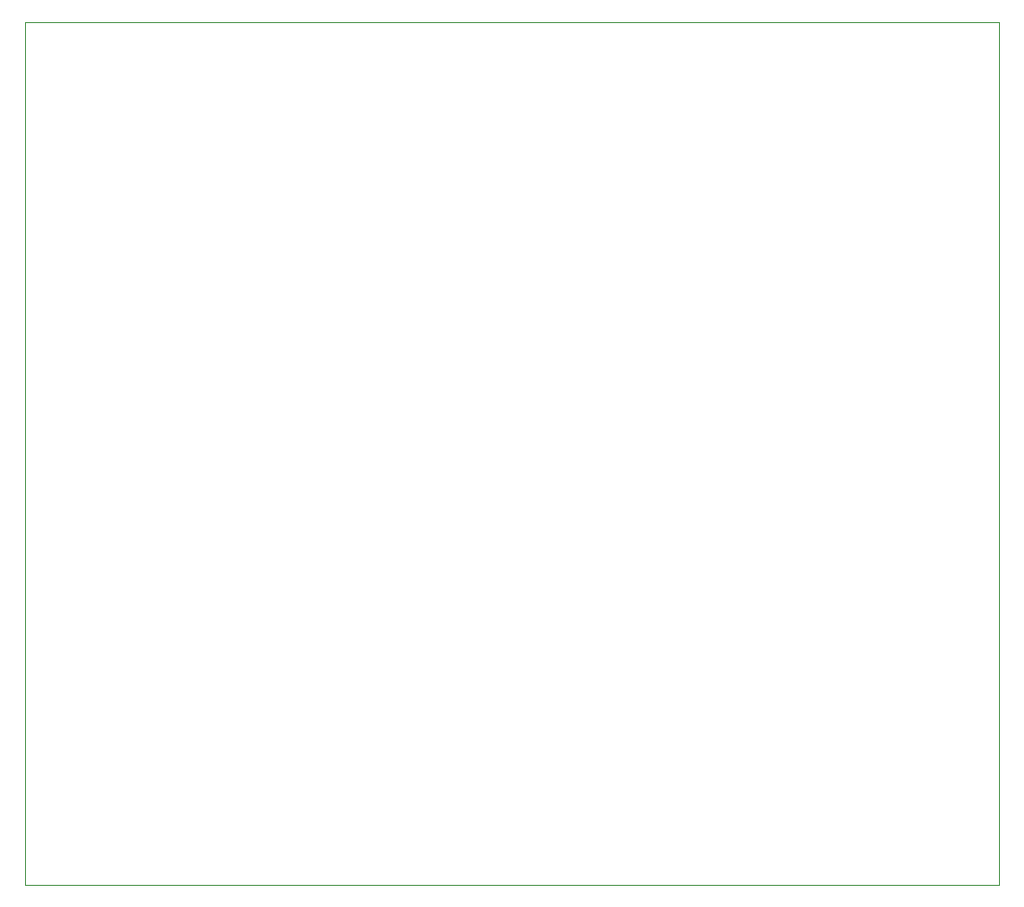
<source format=gko>
G04*
G04 #@! TF.GenerationSoftware,Altium Limited,Altium Designer,21.6.4 (81)*
G04*
G04 Layer_Color=16711935*
%FSLAX25Y25*%
%MOIN*%
G70*
G04*
G04 #@! TF.SameCoordinates,D230F567-8F14-4DE2-9EB9-46B1BD9AA4B9*
G04*
G04*
G04 #@! TF.FilePolarity,Positive*
G04*
G01*
G75*
%ADD44C,0.00236*%
D44*
X0Y0D02*
Y299151D01*
X-0Y-0D02*
X0Y0D01*
X-0Y-0D02*
X337582D01*
X337582Y0D01*
Y299151D01*
X337582Y299151D02*
X337582Y299151D01*
X0Y299151D02*
X337582D01*
M02*

</source>
